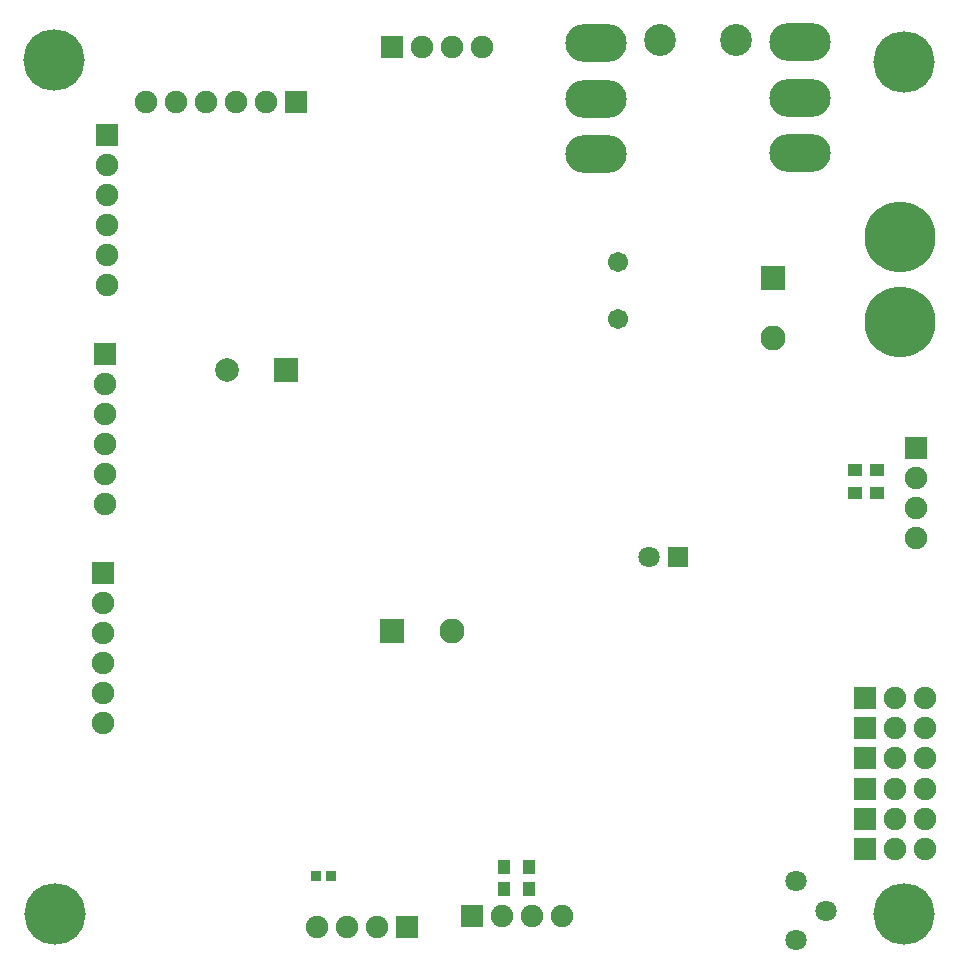
<source format=gbs>
G04*
G04 #@! TF.GenerationSoftware,Altium Limited,Altium Designer,23.3.1 (30)*
G04*
G04 Layer_Color=16711935*
%FSLAX44Y44*%
%MOMM*%
G71*
G04*
G04 #@! TF.SameCoordinates,E1D300C1-D630-478A-AE1F-60CBEBB5A271*
G04*
G04*
G04 #@! TF.FilePolarity,Negative*
G04*
G01*
G75*
%ADD60R,1.2192X1.0032*%
%ADD65R,0.9652X0.9652*%
%ADD68R,1.0032X1.2192*%
%ADD88C,1.8032*%
%ADD89R,1.8032X1.8032*%
%ADD90C,1.9032*%
%ADD91R,1.9032X1.9032*%
%ADD92C,2.1032*%
%ADD93R,2.1032X2.1032*%
%ADD94O,5.2028X3.2032*%
%ADD95R,1.9032X1.9032*%
%ADD96C,1.7032*%
%ADD97C,6.0032*%
%ADD98C,2.0032*%
%ADD99R,2.0032X2.0032*%
%ADD100C,5.2032*%
%ADD101R,2.1032X2.1032*%
%ADD102C,2.7032*%
D60*
X736219Y396240D02*
D03*
X717677D02*
D03*
X736219Y416052D02*
D03*
X717677D02*
D03*
D65*
X261320Y71628D02*
D03*
X274320D02*
D03*
D68*
X441452Y60706D02*
D03*
Y79248D02*
D03*
X420116Y61214D02*
D03*
Y79756D02*
D03*
D88*
X543052Y342392D02*
D03*
X693020Y42672D02*
D03*
X668020Y17672D02*
D03*
Y67672D02*
D03*
D89*
X568052Y342392D02*
D03*
D90*
X82804Y412496D02*
D03*
Y488696D02*
D03*
Y463296D02*
D03*
Y437896D02*
D03*
Y387096D02*
D03*
X351028Y773684D02*
D03*
X376428D02*
D03*
X401828D02*
D03*
X142748Y727456D02*
D03*
X218948D02*
D03*
X193548D02*
D03*
X168148D02*
D03*
X117348D02*
D03*
X777240Y94996D02*
D03*
X751840D02*
D03*
X84328Y597916D02*
D03*
Y674116D02*
D03*
Y648716D02*
D03*
Y623316D02*
D03*
Y572516D02*
D03*
X419100Y38100D02*
D03*
X444500D02*
D03*
X469900D02*
D03*
X777240Y120396D02*
D03*
X751840D02*
D03*
X777240Y145796D02*
D03*
X751840D02*
D03*
X777240Y197104D02*
D03*
X751840D02*
D03*
X777240Y171704D02*
D03*
X751840D02*
D03*
X777240Y222504D02*
D03*
X751840D02*
D03*
X80772Y201168D02*
D03*
Y251968D02*
D03*
Y277368D02*
D03*
Y302768D02*
D03*
Y226568D02*
D03*
X769620Y358140D02*
D03*
Y383540D02*
D03*
Y408940D02*
D03*
X262128Y28448D02*
D03*
X287528D02*
D03*
X312928D02*
D03*
D91*
X82804Y514096D02*
D03*
X325628Y773684D02*
D03*
X84328Y699516D02*
D03*
X393700Y38100D02*
D03*
X80772Y328168D02*
D03*
X338328Y28448D02*
D03*
D92*
X376428Y279400D02*
D03*
X648208Y527812D02*
D03*
D93*
X325628Y279400D02*
D03*
D94*
X670814Y684022D02*
D03*
X670814Y731022D02*
D03*
Y778022D02*
D03*
X498094Y683006D02*
D03*
X498094Y730006D02*
D03*
Y777006D02*
D03*
D95*
X244348Y727456D02*
D03*
X726440Y94996D02*
D03*
Y120396D02*
D03*
Y145796D02*
D03*
Y197104D02*
D03*
Y171704D02*
D03*
Y222504D02*
D03*
X769620Y434340D02*
D03*
D96*
X516636Y591944D02*
D03*
Y543944D02*
D03*
D97*
X755396Y613156D02*
D03*
Y541156D02*
D03*
D98*
X186220Y500380D02*
D03*
D99*
X236220D02*
D03*
D100*
X759084Y40000D02*
D03*
X40000D02*
D03*
X39116Y762508D02*
D03*
X758952Y761492D02*
D03*
D101*
X648208Y578612D02*
D03*
D102*
X552220Y779780D02*
D03*
X617220D02*
D03*
M02*

</source>
